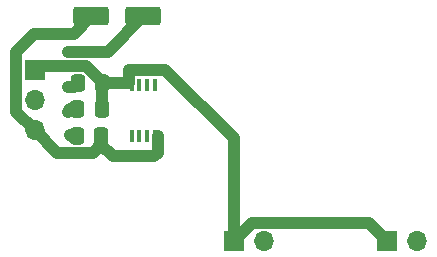
<source format=gtl>
%TF.GenerationSoftware,KiCad,Pcbnew,8.0.5*%
%TF.CreationDate,2024-12-30T22:08:37+01:00*%
%TF.ProjectId,Projet2,50726f6a-6574-4322-9e6b-696361645f70,V1*%
%TF.SameCoordinates,Original*%
%TF.FileFunction,Copper,L1,Top*%
%TF.FilePolarity,Positive*%
%FSLAX46Y46*%
G04 Gerber Fmt 4.6, Leading zero omitted, Abs format (unit mm)*
G04 Created by KiCad (PCBNEW 8.0.5) date 2024-12-30 22:08:37*
%MOMM*%
%LPD*%
G01*
G04 APERTURE LIST*
G04 Aperture macros list*
%AMRoundRect*
0 Rectangle with rounded corners*
0 $1 Rounding radius*
0 $2 $3 $4 $5 $6 $7 $8 $9 X,Y pos of 4 corners*
0 Add a 4 corners polygon primitive as box body*
4,1,4,$2,$3,$4,$5,$6,$7,$8,$9,$2,$3,0*
0 Add four circle primitives for the rounded corners*
1,1,$1+$1,$2,$3*
1,1,$1+$1,$4,$5*
1,1,$1+$1,$6,$7*
1,1,$1+$1,$8,$9*
0 Add four rect primitives between the rounded corners*
20,1,$1+$1,$2,$3,$4,$5,0*
20,1,$1+$1,$4,$5,$6,$7,0*
20,1,$1+$1,$6,$7,$8,$9,0*
20,1,$1+$1,$8,$9,$2,$3,0*%
G04 Aperture macros list end*
%TA.AperFunction,ComponentPad*%
%ADD10R,1.700000X1.700000*%
%TD*%
%TA.AperFunction,ComponentPad*%
%ADD11O,1.700000X1.700000*%
%TD*%
%TA.AperFunction,SMDPad,CuDef*%
%ADD12RoundRect,0.250000X-0.337500X-0.475000X0.337500X-0.475000X0.337500X0.475000X-0.337500X0.475000X0*%
%TD*%
%TA.AperFunction,SMDPad,CuDef*%
%ADD13RoundRect,0.250000X-1.250000X-0.550000X1.250000X-0.550000X1.250000X0.550000X-1.250000X0.550000X0*%
%TD*%
%TA.AperFunction,SMDPad,CuDef*%
%ADD14RoundRect,0.250000X0.337500X0.475000X-0.337500X0.475000X-0.337500X-0.475000X0.337500X-0.475000X0*%
%TD*%
%TA.AperFunction,SMDPad,CuDef*%
%ADD15R,0.400000X1.100000*%
%TD*%
%TA.AperFunction,ViaPad*%
%ADD16C,1.000000*%
%TD*%
%TA.AperFunction,ViaPad*%
%ADD17C,0.800000*%
%TD*%
%TA.AperFunction,Conductor*%
%ADD18C,1.000000*%
%TD*%
G04 APERTURE END LIST*
D10*
%TO.P,J3,1,Pin_1*%
%TO.N,VEE*%
X51960000Y-49750000D03*
D11*
%TO.P,J3,2,Pin_2*%
%TO.N,GND*%
X54500000Y-49750000D03*
%TD*%
D10*
%TO.P,J2,1,Pin_1*%
%TO.N,VEE*%
X64935000Y-49750000D03*
D11*
%TO.P,J2,2,Pin_2*%
%TO.N,GND*%
X67475000Y-49750000D03*
%TD*%
D12*
%TO.P,C2,2*%
%TO.N,VEE*%
X40825000Y-36350000D03*
%TO.P,C2,1*%
%TO.N,Net-(C1-Pad2)*%
X38750000Y-36350000D03*
%TD*%
D13*
%TO.P,C1,2*%
%TO.N,Net-(C1-Pad2)*%
X44300000Y-30700000D03*
%TO.P,C1,1*%
%TO.N,VCC*%
X39900000Y-30700000D03*
%TD*%
D14*
%TO.P,C3,2*%
%TO.N,GND*%
X38675000Y-40850000D03*
%TO.P,C3,1*%
%TO.N,VCC*%
X40750000Y-40850000D03*
%TD*%
D12*
%TO.P,C4,2*%
%TO.N,VEE*%
X40800000Y-38600000D03*
%TO.P,C4,1*%
%TO.N,GND*%
X38725000Y-38600000D03*
%TD*%
D15*
%TO.P,U1,1*%
%TO.N,N/C*%
X45275000Y-36550000D03*
%TO.P,U1,2*%
X44625000Y-36550000D03*
%TO.P,U1,3*%
X43975000Y-36550000D03*
%TO.P,U1,4,V-*%
%TO.N,VEE*%
X43325000Y-36550000D03*
%TO.P,U1,5*%
%TO.N,N/C*%
X43325000Y-40850000D03*
%TO.P,U1,6*%
X43975000Y-40850000D03*
%TO.P,U1,7*%
X44625000Y-40850000D03*
%TO.P,U1,8,V+*%
%TO.N,VCC*%
X45275000Y-40850000D03*
%TD*%
D11*
%TO.P,J1,3,Pin_3*%
%TO.N,VCC*%
X35100000Y-40355000D03*
%TO.P,J1,2,Pin_2*%
%TO.N,GND*%
X35100000Y-37815000D03*
D10*
%TO.P,J1,1,Pin_1*%
%TO.N,VEE*%
X35100000Y-35275000D03*
%TD*%
D16*
%TO.N,GND*%
X38100000Y-40800000D03*
X37900000Y-38800000D03*
D17*
%TO.N,Net-(C1-Pad2)*%
X37900000Y-36700000D03*
X37900000Y-33725000D03*
%TD*%
D18*
%TO.N,VEE*%
X43075000Y-35300000D02*
X43075000Y-36350000D01*
X43075000Y-36350000D02*
X40825000Y-36350000D01*
X46175000Y-35300000D02*
X43075000Y-35300000D01*
X51960000Y-49750000D02*
X51960000Y-41085000D01*
X51960000Y-41085000D02*
X46175000Y-35300000D01*
%TO.N,GND*%
X38150000Y-40850000D02*
X38100000Y-40800000D01*
X38675000Y-40850000D02*
X38150000Y-40850000D01*
%TO.N,VCC*%
X40750000Y-41575000D02*
X40050000Y-42275000D01*
X40750000Y-40850000D02*
X40750000Y-41575000D01*
%TO.N,VEE*%
X63385000Y-48200000D02*
X64935000Y-49750000D01*
X53510000Y-48200000D02*
X63385000Y-48200000D01*
X51960000Y-49750000D02*
X53510000Y-48200000D01*
%TO.N,VCC*%
X39900000Y-30700000D02*
X38400000Y-32200000D01*
%TO.N,Net-(C1-Pad2)*%
X41275000Y-33725000D02*
X37900000Y-33725000D01*
X44300000Y-30700000D02*
X41275000Y-33725000D01*
%TO.N,VCC*%
X45200000Y-42600000D02*
X45525000Y-42275000D01*
X41700000Y-42600000D02*
X45200000Y-42600000D01*
X40750000Y-41650000D02*
X41700000Y-42600000D01*
X40750000Y-40850000D02*
X40750000Y-41650000D01*
X45525000Y-42275000D02*
X45525000Y-40850000D01*
%TO.N,VEE*%
X40825000Y-38575000D02*
X40800000Y-38600000D01*
X40825000Y-36350000D02*
X40825000Y-38575000D01*
X40825000Y-36262070D02*
X40825000Y-36350000D01*
X39487930Y-34925000D02*
X40825000Y-36262070D01*
%TO.N,Net-(C1-Pad2)*%
X37900000Y-36700000D02*
X38400000Y-36700000D01*
X38400000Y-36700000D02*
X38750000Y-36350000D01*
%TO.N,GND*%
X38725000Y-38600000D02*
X38100000Y-38600000D01*
X38100000Y-38600000D02*
X37900000Y-38800000D01*
%TO.N,VCC*%
X37020000Y-42275000D02*
X35100000Y-40355000D01*
X40050000Y-42275000D02*
X37020000Y-42275000D01*
%TO.N,VEE*%
X35100000Y-35275000D02*
X35450000Y-34925000D01*
X35450000Y-34925000D02*
X39487930Y-34925000D01*
%TO.N,VCC*%
X33550000Y-38805000D02*
X35100000Y-40355000D01*
X35075000Y-32200000D02*
X33550000Y-33725000D01*
X38400000Y-32200000D02*
X35075000Y-32200000D01*
X33550000Y-33725000D02*
X33550000Y-38805000D01*
%TD*%
M02*

</source>
